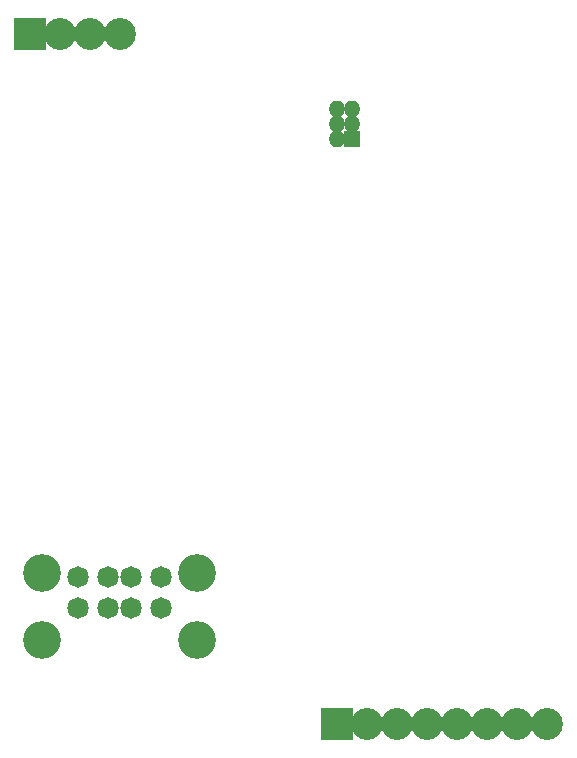
<source format=gbs>
G04 #@! TF.FileFunction,Soldermask,Bot*
%FSLAX46Y46*%
G04 Gerber Fmt 4.6, Leading zero omitted, Abs format (unit mm)*
G04 Created by KiCad (PCBNEW 4.0.7) date Sat Dec  2 17:24:25 2017*
%MOMM*%
%LPD*%
G01*
G04 APERTURE LIST*
%ADD10C,0.127000*%
%ADD11R,2.700000X2.700000*%
%ADD12C,2.700000*%
%ADD13C,1.820000*%
%ADD14C,3.200000*%
%ADD15R,1.400000X1.400000*%
%ADD16O,1.400000X1.400000*%
G04 APERTURE END LIST*
D10*
D11*
X31115000Y6985000D03*
D12*
X33655000Y6985000D03*
X36195000Y6985000D03*
X38735000Y6985000D03*
X41275000Y6985000D03*
X43815000Y6985000D03*
X46355000Y6985000D03*
X48895000Y6985000D03*
D11*
X5080000Y65405000D03*
D12*
X7620000Y65405000D03*
X10160000Y65405000D03*
X12700000Y65405000D03*
D13*
X9200000Y19440005D03*
X11700000Y19440005D03*
X13700000Y19440005D03*
X16200000Y19440005D03*
X9200000Y16820005D03*
X11700000Y16820005D03*
X13700000Y16820005D03*
X16200000Y16820005D03*
D14*
X19270000Y14110005D03*
X19270000Y19790005D03*
X6130000Y19790005D03*
X6130000Y14110005D03*
D15*
X32385000Y56515000D03*
D16*
X31115000Y56515000D03*
X32385000Y57785000D03*
X31115000Y57785000D03*
X32385000Y59055000D03*
X31115000Y59055000D03*
M02*

</source>
